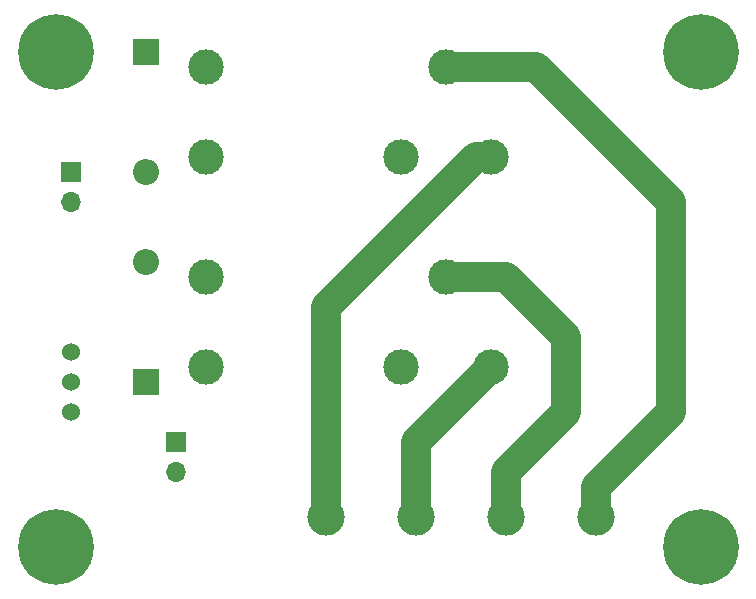
<source format=gbl>
G04 #@! TF.FileFunction,Copper,L2,Bot,Signal*
%FSLAX46Y46*%
G04 Gerber Fmt 4.6, Leading zero omitted, Abs format (unit mm)*
G04 Created by KiCad (PCBNEW 4.0.4+e1-6308~48~ubuntu15.10.1-stable) date Tue Jan 24 12:24:32 2017*
%MOMM*%
%LPD*%
G01*
G04 APERTURE LIST*
%ADD10C,0.100000*%
%ADD11R,2.200000X2.200000*%
%ADD12O,2.200000X2.200000*%
%ADD13C,2.999740*%
%ADD14R,1.700000X1.700000*%
%ADD15O,1.700000X1.700000*%
%ADD16C,3.175000*%
%ADD17C,1.524000*%
%ADD18C,6.400000*%
%ADD19C,2.540000*%
G04 APERTURE END LIST*
D10*
D11*
X123190000Y-74930000D03*
D12*
X123190000Y-85090000D03*
D13*
X144780000Y-83820000D03*
X128270000Y-76200000D03*
X128270000Y-83820000D03*
X148590000Y-76200000D03*
X152400000Y-83820000D03*
X144780000Y-101600000D03*
X128270000Y-93980000D03*
X128270000Y-101600000D03*
X148590000Y-93980000D03*
X152400000Y-101600000D03*
D14*
X116840000Y-85090000D03*
D15*
X116840000Y-87630000D03*
D16*
X153670000Y-114300000D03*
X161290000Y-114300000D03*
X138430000Y-114300000D03*
X146050000Y-114300000D03*
D17*
X116840000Y-102870000D03*
X116840000Y-105410000D03*
X116840000Y-100330000D03*
D11*
X123190000Y-102870000D03*
D12*
X123190000Y-92710000D03*
D14*
X125730000Y-107950000D03*
D15*
X125730000Y-110490000D03*
D18*
X170180000Y-74930000D03*
X115570000Y-74930000D03*
X115570000Y-116840000D03*
X170180000Y-116840000D03*
D19*
X161290000Y-114300000D02*
X161290000Y-111760000D01*
X156210000Y-76200000D02*
X148590000Y-76200000D01*
X167640000Y-87630000D02*
X156210000Y-76200000D01*
X167640000Y-105410000D02*
X167640000Y-87630000D01*
X161290000Y-111760000D02*
X167640000Y-105410000D01*
X138430000Y-114300000D02*
X138430000Y-96520000D01*
X138430000Y-96520000D02*
X151130000Y-83820000D01*
X151130000Y-83820000D02*
X152400000Y-83820000D01*
X148590000Y-93980000D02*
X153670000Y-93980000D01*
X153670000Y-110490000D02*
X158750000Y-105410000D01*
X158750000Y-105410000D02*
X158750000Y-99060000D01*
X158750000Y-99060000D02*
X153670000Y-93980000D01*
X153670000Y-110490000D02*
X153670000Y-114300000D01*
X146050000Y-114300000D02*
X146050000Y-107950000D01*
X146050000Y-107950000D02*
X152400000Y-101600000D01*
M02*

</source>
